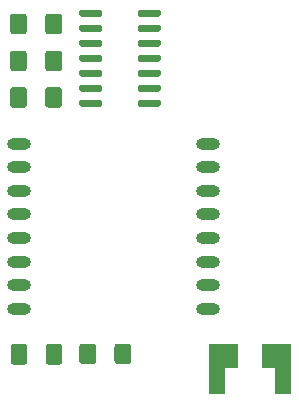
<source format=gtp>
G04 #@! TF.GenerationSoftware,KiCad,Pcbnew,5.1.9*
G04 #@! TF.CreationDate,2021-03-12T19:02:00+01:00*
G04 #@! TF.ProjectId,LORA_ATTINY84,4c4f5241-5f41-4545-9449-4e5938342e6b,rev?*
G04 #@! TF.SameCoordinates,Original*
G04 #@! TF.FileFunction,Paste,Top*
G04 #@! TF.FilePolarity,Positive*
%FSLAX46Y46*%
G04 Gerber Fmt 4.6, Leading zero omitted, Abs format (unit mm)*
G04 Created by KiCad (PCBNEW 5.1.9) date 2021-03-12 19:02:00*
%MOMM*%
%LPD*%
G01*
G04 APERTURE LIST*
%ADD10C,0.100000*%
%ADD11O,2.000000X1.000000*%
G04 APERTURE END LIST*
D10*
G36*
X91587575Y-75237896D02*
G01*
X91588513Y-75238181D01*
X91589378Y-75238643D01*
X91590136Y-75239264D01*
X91590757Y-75240022D01*
X91591219Y-75240887D01*
X91591504Y-75241825D01*
X91591600Y-75242800D01*
X91591600Y-79442800D01*
X91591504Y-79443775D01*
X91591219Y-79444713D01*
X91590757Y-79445578D01*
X91590136Y-79446336D01*
X91589378Y-79446957D01*
X91588513Y-79447419D01*
X91587575Y-79447704D01*
X91586600Y-79447800D01*
X90236600Y-79447800D01*
X90235625Y-79447704D01*
X90234687Y-79447419D01*
X90233822Y-79446957D01*
X90233064Y-79446336D01*
X90232443Y-79445578D01*
X90231981Y-79444713D01*
X90231696Y-79443775D01*
X90231600Y-79442800D01*
X90231600Y-77247800D01*
X89136600Y-77247800D01*
X89135625Y-77247704D01*
X89134687Y-77247419D01*
X89133822Y-77246957D01*
X89133064Y-77246336D01*
X89132443Y-77245578D01*
X89131981Y-77244713D01*
X89131696Y-77243775D01*
X89131600Y-77242800D01*
X89131600Y-75242800D01*
X89131696Y-75241825D01*
X89131981Y-75240887D01*
X89132443Y-75240022D01*
X89133064Y-75239264D01*
X89133822Y-75238643D01*
X89134687Y-75238181D01*
X89135625Y-75237896D01*
X89136600Y-75237800D01*
X91586600Y-75237800D01*
X91587575Y-75237896D01*
G37*
G36*
X87035895Y-75237896D02*
G01*
X87036833Y-75238181D01*
X87037698Y-75238643D01*
X87038456Y-75239264D01*
X87039077Y-75240022D01*
X87039539Y-75240887D01*
X87039824Y-75241825D01*
X87039920Y-75242800D01*
X87039920Y-77242800D01*
X87039824Y-77243775D01*
X87039539Y-77244713D01*
X87039077Y-77245578D01*
X87038456Y-77246336D01*
X87037698Y-77246957D01*
X87036833Y-77247419D01*
X87035895Y-77247704D01*
X87034920Y-77247800D01*
X85939920Y-77247800D01*
X85939920Y-79442800D01*
X85939824Y-79443775D01*
X85939539Y-79444713D01*
X85939077Y-79445578D01*
X85938456Y-79446336D01*
X85937698Y-79446957D01*
X85936833Y-79447419D01*
X85935895Y-79447704D01*
X85934920Y-79447800D01*
X84584920Y-79447800D01*
X84583945Y-79447704D01*
X84583007Y-79447419D01*
X84582142Y-79446957D01*
X84581384Y-79446336D01*
X84580763Y-79445578D01*
X84580301Y-79444713D01*
X84580016Y-79443775D01*
X84579920Y-79442800D01*
X84579920Y-75242800D01*
X84580016Y-75241825D01*
X84580301Y-75240887D01*
X84580763Y-75240022D01*
X84581384Y-75239264D01*
X84582142Y-75238643D01*
X84583007Y-75238181D01*
X84583945Y-75237896D01*
X84584920Y-75237800D01*
X87034920Y-75237800D01*
X87035895Y-75237896D01*
G37*
G36*
G01*
X70791700Y-76723400D02*
X70791700Y-75473400D01*
G75*
G02*
X71041700Y-75223400I250000J0D01*
G01*
X71966700Y-75223400D01*
G75*
G02*
X72216700Y-75473400I0J-250000D01*
G01*
X72216700Y-76723400D01*
G75*
G02*
X71966700Y-76973400I-250000J0D01*
G01*
X71041700Y-76973400D01*
G75*
G02*
X70791700Y-76723400I0J250000D01*
G01*
G37*
G36*
G01*
X67816700Y-76723400D02*
X67816700Y-75473400D01*
G75*
G02*
X68066700Y-75223400I250000J0D01*
G01*
X68991700Y-75223400D01*
G75*
G02*
X69241700Y-75473400I0J-250000D01*
G01*
X69241700Y-76723400D01*
G75*
G02*
X68991700Y-76973400I-250000J0D01*
G01*
X68066700Y-76973400D01*
G75*
G02*
X67816700Y-76723400I0J250000D01*
G01*
G37*
G36*
G01*
X75069400Y-75448000D02*
X75069400Y-76698000D01*
G75*
G02*
X74819400Y-76948000I-250000J0D01*
G01*
X73894400Y-76948000D01*
G75*
G02*
X73644400Y-76698000I0J250000D01*
G01*
X73644400Y-75448000D01*
G75*
G02*
X73894400Y-75198000I250000J0D01*
G01*
X74819400Y-75198000D01*
G75*
G02*
X75069400Y-75448000I0J-250000D01*
G01*
G37*
G36*
G01*
X78044400Y-75448000D02*
X78044400Y-76698000D01*
G75*
G02*
X77794400Y-76948000I-250000J0D01*
G01*
X76869400Y-76948000D01*
G75*
G02*
X76619400Y-76698000I0J250000D01*
G01*
X76619400Y-75448000D01*
G75*
G02*
X76869400Y-75198000I250000J0D01*
G01*
X77794400Y-75198000D01*
G75*
G02*
X78044400Y-75448000I0J-250000D01*
G01*
G37*
G36*
G01*
X69202000Y-53731000D02*
X69202000Y-54981000D01*
G75*
G02*
X68952000Y-55231000I-250000J0D01*
G01*
X68027000Y-55231000D01*
G75*
G02*
X67777000Y-54981000I0J250000D01*
G01*
X67777000Y-53731000D01*
G75*
G02*
X68027000Y-53481000I250000J0D01*
G01*
X68952000Y-53481000D01*
G75*
G02*
X69202000Y-53731000I0J-250000D01*
G01*
G37*
G36*
G01*
X72177000Y-53731000D02*
X72177000Y-54981000D01*
G75*
G02*
X71927000Y-55231000I-250000J0D01*
G01*
X71002000Y-55231000D01*
G75*
G02*
X70752000Y-54981000I0J250000D01*
G01*
X70752000Y-53731000D01*
G75*
G02*
X71002000Y-53481000I250000J0D01*
G01*
X71927000Y-53481000D01*
G75*
G02*
X72177000Y-53731000I0J-250000D01*
G01*
G37*
G36*
G01*
X69202000Y-50644900D02*
X69202000Y-51894900D01*
G75*
G02*
X68952000Y-52144900I-250000J0D01*
G01*
X68027000Y-52144900D01*
G75*
G02*
X67777000Y-51894900I0J250000D01*
G01*
X67777000Y-50644900D01*
G75*
G02*
X68027000Y-50394900I250000J0D01*
G01*
X68952000Y-50394900D01*
G75*
G02*
X69202000Y-50644900I0J-250000D01*
G01*
G37*
G36*
G01*
X72177000Y-50644900D02*
X72177000Y-51894900D01*
G75*
G02*
X71927000Y-52144900I-250000J0D01*
G01*
X71002000Y-52144900D01*
G75*
G02*
X70752000Y-51894900I0J250000D01*
G01*
X70752000Y-50644900D01*
G75*
G02*
X71002000Y-50394900I250000J0D01*
G01*
X71927000Y-50394900D01*
G75*
G02*
X72177000Y-50644900I0J-250000D01*
G01*
G37*
G36*
G01*
X70752000Y-48758000D02*
X70752000Y-47508000D01*
G75*
G02*
X71002000Y-47258000I250000J0D01*
G01*
X71927000Y-47258000D01*
G75*
G02*
X72177000Y-47508000I0J-250000D01*
G01*
X72177000Y-48758000D01*
G75*
G02*
X71927000Y-49008000I-250000J0D01*
G01*
X71002000Y-49008000D01*
G75*
G02*
X70752000Y-48758000I0J250000D01*
G01*
G37*
G36*
G01*
X67777000Y-48758000D02*
X67777000Y-47508000D01*
G75*
G02*
X68027000Y-47258000I250000J0D01*
G01*
X68952000Y-47258000D01*
G75*
G02*
X69202000Y-47508000I0J-250000D01*
G01*
X69202000Y-48758000D01*
G75*
G02*
X68952000Y-49008000I-250000J0D01*
G01*
X68027000Y-49008000D01*
G75*
G02*
X67777000Y-48758000I0J250000D01*
G01*
G37*
G36*
G01*
X75589000Y-54688600D02*
X75589000Y-54988600D01*
G75*
G02*
X75439000Y-55138600I-150000J0D01*
G01*
X73789000Y-55138600D01*
G75*
G02*
X73639000Y-54988600I0J150000D01*
G01*
X73639000Y-54688600D01*
G75*
G02*
X73789000Y-54538600I150000J0D01*
G01*
X75439000Y-54538600D01*
G75*
G02*
X75589000Y-54688600I0J-150000D01*
G01*
G37*
G36*
G01*
X75589000Y-53418600D02*
X75589000Y-53718600D01*
G75*
G02*
X75439000Y-53868600I-150000J0D01*
G01*
X73789000Y-53868600D01*
G75*
G02*
X73639000Y-53718600I0J150000D01*
G01*
X73639000Y-53418600D01*
G75*
G02*
X73789000Y-53268600I150000J0D01*
G01*
X75439000Y-53268600D01*
G75*
G02*
X75589000Y-53418600I0J-150000D01*
G01*
G37*
G36*
G01*
X75589000Y-52148600D02*
X75589000Y-52448600D01*
G75*
G02*
X75439000Y-52598600I-150000J0D01*
G01*
X73789000Y-52598600D01*
G75*
G02*
X73639000Y-52448600I0J150000D01*
G01*
X73639000Y-52148600D01*
G75*
G02*
X73789000Y-51998600I150000J0D01*
G01*
X75439000Y-51998600D01*
G75*
G02*
X75589000Y-52148600I0J-150000D01*
G01*
G37*
G36*
G01*
X75589000Y-50878600D02*
X75589000Y-51178600D01*
G75*
G02*
X75439000Y-51328600I-150000J0D01*
G01*
X73789000Y-51328600D01*
G75*
G02*
X73639000Y-51178600I0J150000D01*
G01*
X73639000Y-50878600D01*
G75*
G02*
X73789000Y-50728600I150000J0D01*
G01*
X75439000Y-50728600D01*
G75*
G02*
X75589000Y-50878600I0J-150000D01*
G01*
G37*
G36*
G01*
X75589000Y-49608600D02*
X75589000Y-49908600D01*
G75*
G02*
X75439000Y-50058600I-150000J0D01*
G01*
X73789000Y-50058600D01*
G75*
G02*
X73639000Y-49908600I0J150000D01*
G01*
X73639000Y-49608600D01*
G75*
G02*
X73789000Y-49458600I150000J0D01*
G01*
X75439000Y-49458600D01*
G75*
G02*
X75589000Y-49608600I0J-150000D01*
G01*
G37*
G36*
G01*
X75589000Y-48338600D02*
X75589000Y-48638600D01*
G75*
G02*
X75439000Y-48788600I-150000J0D01*
G01*
X73789000Y-48788600D01*
G75*
G02*
X73639000Y-48638600I0J150000D01*
G01*
X73639000Y-48338600D01*
G75*
G02*
X73789000Y-48188600I150000J0D01*
G01*
X75439000Y-48188600D01*
G75*
G02*
X75589000Y-48338600I0J-150000D01*
G01*
G37*
G36*
G01*
X75589000Y-47068600D02*
X75589000Y-47368600D01*
G75*
G02*
X75439000Y-47518600I-150000J0D01*
G01*
X73789000Y-47518600D01*
G75*
G02*
X73639000Y-47368600I0J150000D01*
G01*
X73639000Y-47068600D01*
G75*
G02*
X73789000Y-46918600I150000J0D01*
G01*
X75439000Y-46918600D01*
G75*
G02*
X75589000Y-47068600I0J-150000D01*
G01*
G37*
G36*
G01*
X80539000Y-47068600D02*
X80539000Y-47368600D01*
G75*
G02*
X80389000Y-47518600I-150000J0D01*
G01*
X78739000Y-47518600D01*
G75*
G02*
X78589000Y-47368600I0J150000D01*
G01*
X78589000Y-47068600D01*
G75*
G02*
X78739000Y-46918600I150000J0D01*
G01*
X80389000Y-46918600D01*
G75*
G02*
X80539000Y-47068600I0J-150000D01*
G01*
G37*
G36*
G01*
X80539000Y-48338600D02*
X80539000Y-48638600D01*
G75*
G02*
X80389000Y-48788600I-150000J0D01*
G01*
X78739000Y-48788600D01*
G75*
G02*
X78589000Y-48638600I0J150000D01*
G01*
X78589000Y-48338600D01*
G75*
G02*
X78739000Y-48188600I150000J0D01*
G01*
X80389000Y-48188600D01*
G75*
G02*
X80539000Y-48338600I0J-150000D01*
G01*
G37*
G36*
G01*
X80539000Y-49608600D02*
X80539000Y-49908600D01*
G75*
G02*
X80389000Y-50058600I-150000J0D01*
G01*
X78739000Y-50058600D01*
G75*
G02*
X78589000Y-49908600I0J150000D01*
G01*
X78589000Y-49608600D01*
G75*
G02*
X78739000Y-49458600I150000J0D01*
G01*
X80389000Y-49458600D01*
G75*
G02*
X80539000Y-49608600I0J-150000D01*
G01*
G37*
G36*
G01*
X80539000Y-50878600D02*
X80539000Y-51178600D01*
G75*
G02*
X80389000Y-51328600I-150000J0D01*
G01*
X78739000Y-51328600D01*
G75*
G02*
X78589000Y-51178600I0J150000D01*
G01*
X78589000Y-50878600D01*
G75*
G02*
X78739000Y-50728600I150000J0D01*
G01*
X80389000Y-50728600D01*
G75*
G02*
X80539000Y-50878600I0J-150000D01*
G01*
G37*
G36*
G01*
X80539000Y-52148600D02*
X80539000Y-52448600D01*
G75*
G02*
X80389000Y-52598600I-150000J0D01*
G01*
X78739000Y-52598600D01*
G75*
G02*
X78589000Y-52448600I0J150000D01*
G01*
X78589000Y-52148600D01*
G75*
G02*
X78739000Y-51998600I150000J0D01*
G01*
X80389000Y-51998600D01*
G75*
G02*
X80539000Y-52148600I0J-150000D01*
G01*
G37*
G36*
G01*
X80539000Y-53418600D02*
X80539000Y-53718600D01*
G75*
G02*
X80389000Y-53868600I-150000J0D01*
G01*
X78739000Y-53868600D01*
G75*
G02*
X78589000Y-53718600I0J150000D01*
G01*
X78589000Y-53418600D01*
G75*
G02*
X78739000Y-53268600I150000J0D01*
G01*
X80389000Y-53268600D01*
G75*
G02*
X80539000Y-53418600I0J-150000D01*
G01*
G37*
G36*
G01*
X80539000Y-54688600D02*
X80539000Y-54988600D01*
G75*
G02*
X80389000Y-55138600I-150000J0D01*
G01*
X78739000Y-55138600D01*
G75*
G02*
X78589000Y-54988600I0J150000D01*
G01*
X78589000Y-54688600D01*
G75*
G02*
X78739000Y-54538600I150000J0D01*
G01*
X80389000Y-54538600D01*
G75*
G02*
X80539000Y-54688600I0J-150000D01*
G01*
G37*
D11*
X84529200Y-58267600D03*
X84529200Y-60267600D03*
X84529200Y-62267600D03*
X84529200Y-64267600D03*
X84529200Y-66267600D03*
X84529200Y-68267600D03*
X84529200Y-70267600D03*
X84529200Y-72267600D03*
X68529200Y-72267600D03*
X68529200Y-70267600D03*
X68529200Y-68267600D03*
X68529200Y-66267600D03*
X68529200Y-64267600D03*
X68529200Y-62267600D03*
X68529200Y-60267600D03*
X68529200Y-58267600D03*
M02*

</source>
